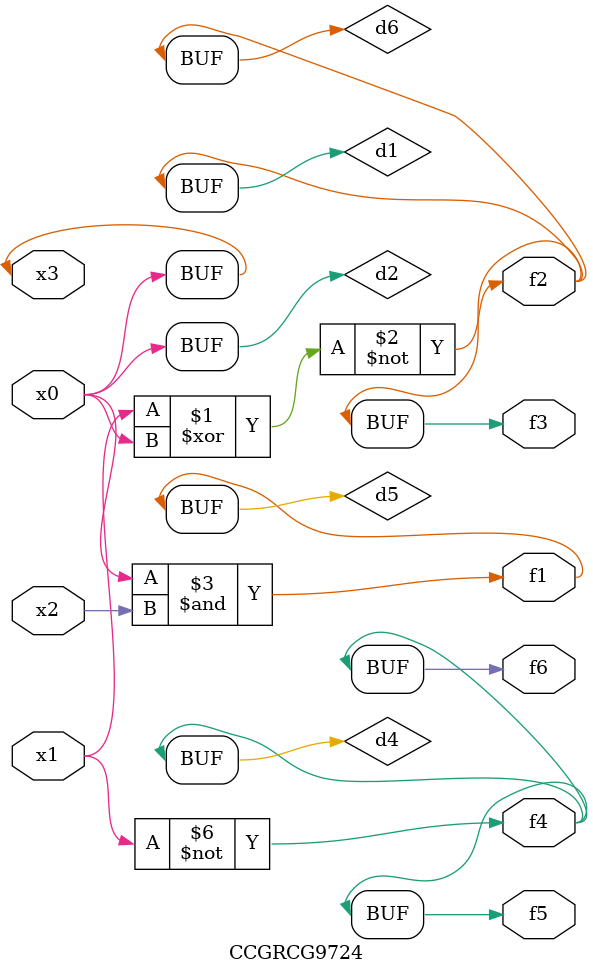
<source format=v>
module CCGRCG9724(
	input x0, x1, x2, x3,
	output f1, f2, f3, f4, f5, f6
);

	wire d1, d2, d3, d4, d5, d6;

	xnor (d1, x1, x3);
	buf (d2, x0, x3);
	nand (d3, x0, x2);
	not (d4, x1);
	nand (d5, d3);
	or (d6, d1);
	assign f1 = d5;
	assign f2 = d6;
	assign f3 = d6;
	assign f4 = d4;
	assign f5 = d4;
	assign f6 = d4;
endmodule

</source>
